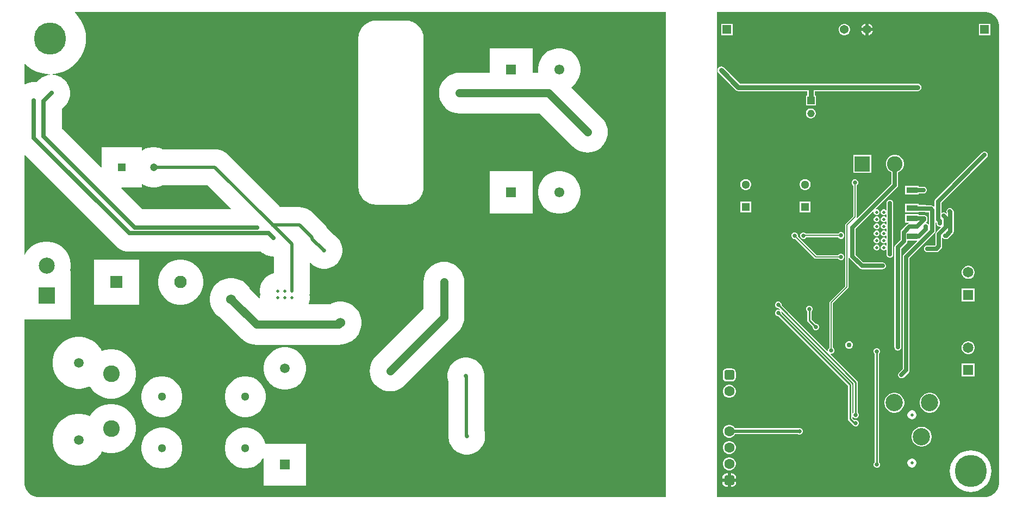
<source format=gbr>
G04*
G04 #@! TF.GenerationSoftware,Altium Limited,Altium Designer,25.5.2 (35)*
G04*
G04 Layer_Physical_Order=2*
G04 Layer_Color=16711680*
%FSLAX25Y25*%
%MOIN*%
G70*
G04*
G04 #@! TF.SameCoordinates,0CD17ABA-5868-42C4-872B-F719D901D850*
G04*
G04*
G04 #@! TF.FilePolarity,Positive*
G04*
G01*
G75*
%ADD15C,0.00500*%
%ADD71R,0.06693X0.03740*%
%ADD144R,0.09843X0.09843*%
%ADD145C,0.09843*%
%ADD154R,0.06102X0.06102*%
%ADD155R,0.05118X0.05118*%
%ADD158C,0.06102*%
%ADD162C,0.05118*%
%ADD166C,0.02953*%
%ADD172C,0.02500*%
%ADD173C,0.02000*%
%ADD175C,0.05000*%
%ADD176C,0.01000*%
%ADD179C,0.03000*%
%ADD189C,0.05906*%
%ADD190R,0.05906X0.05906*%
%ADD191R,0.04724X0.04724*%
%ADD192C,0.04724*%
%ADD193C,0.07677*%
%ADD194R,0.07677X0.07677*%
%ADD195C,0.10217*%
%ADD196C,0.05374*%
G04:AMPARAMS|DCode=197|XSize=62.99mil|YSize=62.99mil|CornerRadius=15.75mil|HoleSize=0mil|Usage=FLASHONLY|Rotation=90.000|XOffset=0mil|YOffset=0mil|HoleType=Round|Shape=RoundedRectangle|*
%AMROUNDEDRECTD197*
21,1,0.06299,0.03150,0,0,90.0*
21,1,0.03150,0.06299,0,0,90.0*
1,1,0.03150,0.01575,0.01575*
1,1,0.03150,0.01575,-0.01575*
1,1,0.03150,-0.01575,-0.01575*
1,1,0.03150,-0.01575,0.01575*
%
%ADD197ROUNDEDRECTD197*%
%ADD198C,0.10646*%
%ADD199C,0.04528*%
%ADD200C,0.06299*%
%ADD201C,0.19685*%
%ADD202C,0.09567*%
%ADD203R,0.09567X0.09567*%
%ADD204R,0.05374X0.05374*%
%ADD205C,0.01968*%
%ADD206C,0.06496*%
%ADD207R,0.06496X0.06496*%
%ADD208R,0.04528X0.04528*%
%ADD209C,0.02500*%
%ADD210C,0.06000*%
%ADD211C,0.02000*%
%ADD212C,0.03937*%
G36*
X692552Y398462D02*
X694156Y397800D01*
X695599Y396838D01*
X696827Y395613D01*
X697792Y394171D01*
X698457Y392569D01*
X698796Y390867D01*
X698796Y390000D01*
X698796Y110014D01*
X698796Y110013D01*
X698796Y110012D01*
X698797Y109145D01*
X698461Y107444D01*
X697799Y105841D01*
X696837Y104398D01*
X695611Y103171D01*
X694170Y102207D01*
X692568Y101543D01*
X690867Y101204D01*
X690000Y101204D01*
X525803D01*
Y398796D01*
X689980Y398796D01*
X689981Y398796D01*
X689982Y398796D01*
X690850Y398797D01*
X692552Y398462D01*
D02*
G37*
G36*
X103629Y365074D02*
X106018Y363478D01*
X108595Y362208D01*
X111315Y361284D01*
X114133Y360724D01*
X116774Y360550D01*
X116790Y360199D01*
X116677Y360181D01*
X116235Y360146D01*
X115804Y360042D01*
X115366Y359973D01*
X114944Y359836D01*
X114513Y359733D01*
X114103Y359563D01*
X113681Y359426D01*
X113286Y359225D01*
X112877Y359055D01*
X112499Y358823D01*
X112104Y358622D01*
X111745Y358361D01*
X111367Y358130D01*
X111030Y357842D01*
X110671Y357581D01*
X110358Y357267D01*
X110020Y356980D01*
X108693Y355652D01*
X108323Y355681D01*
X107885Y355750D01*
X107442D01*
X107000Y355785D01*
X106558Y355750D01*
X106115D01*
X105677Y355681D01*
X105235Y355646D01*
X104804Y355542D01*
X104366Y355473D01*
X103944Y355336D01*
X103513Y355233D01*
X103103Y355063D01*
X102682Y354926D01*
X102286Y354725D01*
X101877Y354555D01*
X101554Y354357D01*
X101325Y354430D01*
X101204Y354504D01*
Y366774D01*
X101554Y366894D01*
X103629Y365074D01*
D02*
G37*
G36*
X174021Y292927D02*
X175755Y292043D01*
X177605Y291442D01*
X179527Y291138D01*
X181473D01*
X183395Y291442D01*
X185245Y292043D01*
X186075Y292466D01*
X213430D01*
X227787Y278108D01*
X227654Y277785D01*
X173674D01*
X160645Y290814D01*
X160779Y291138D01*
X173177D01*
Y293154D01*
X173489Y293313D01*
X174021Y292927D01*
D02*
G37*
G36*
X494452Y101204D02*
X110000Y101204D01*
X109134Y101204D01*
X107434Y101542D01*
X105834Y102205D01*
X104393Y103168D01*
X103168Y104393D01*
X102205Y105833D01*
X101542Y107434D01*
X101204Y109134D01*
X101204Y110000D01*
Y209968D01*
X129701D01*
Y239811D01*
X129651D01*
X129424Y240077D01*
X129701Y241826D01*
Y244174D01*
X129333Y246494D01*
X128608Y248728D01*
X127541Y250820D01*
X126161Y252721D01*
X124500Y254381D01*
X122600Y255762D01*
X120507Y256828D01*
X118274Y257554D01*
X115954Y257921D01*
X113605D01*
X111285Y257554D01*
X109052Y256828D01*
X106959Y255762D01*
X105059Y254381D01*
X103398Y252721D01*
X102018Y250820D01*
X101544Y249892D01*
X101204Y249974D01*
X101204Y310879D01*
X101528Y311013D01*
X157573Y254968D01*
X158920Y253818D01*
X160430Y252892D01*
X162066Y252215D01*
X163788Y251801D01*
X165553Y251662D01*
X246428D01*
X246671Y251419D01*
X247030Y251158D01*
X247367Y250870D01*
X247745Y250639D01*
X248104Y250378D01*
X248499Y250177D01*
X248877Y249945D01*
X249286Y249776D01*
X249681Y249574D01*
X250103Y249437D01*
X250513Y249268D01*
X250944Y249164D01*
X251366Y249027D01*
X251804Y248958D01*
X252235Y248854D01*
X252677Y248819D01*
X253115Y248750D01*
X253558D01*
X254000Y248715D01*
X254187Y248543D01*
Y238340D01*
X253987Y238308D01*
X252343Y237774D01*
X250802Y236989D01*
X249403Y235973D01*
X248181Y234750D01*
X247165Y233351D01*
X246380Y231811D01*
X245845Y230167D01*
X245575Y228459D01*
Y226730D01*
X245781Y225429D01*
X245575Y224128D01*
Y223115D01*
X245251Y222981D01*
X239326Y228906D01*
X239119Y229313D01*
X237916Y230969D01*
X236469Y232416D01*
X234813Y233619D01*
X232990Y234548D01*
X231044Y235180D01*
X229023Y235500D01*
X226977D01*
X224956Y235180D01*
X223010Y234548D01*
X221186Y233619D01*
X219531Y232416D01*
X218084Y230969D01*
X216881Y229313D01*
X215952Y227490D01*
X215320Y225544D01*
X215000Y223523D01*
Y221477D01*
X215320Y219456D01*
X215952Y217510D01*
X216881Y215686D01*
X218084Y214031D01*
X219531Y212584D01*
X221186Y211381D01*
X221594Y211174D01*
X234634Y198134D01*
X236130Y196856D01*
X237808Y195828D01*
X239625Y195075D01*
X241539Y194616D01*
X243500Y194461D01*
X294000D01*
X295961Y194616D01*
X297875Y195075D01*
X299692Y195828D01*
X299789Y195887D01*
X299990Y195952D01*
X301814Y196881D01*
X303469Y198084D01*
X304916Y199531D01*
X306119Y201186D01*
X307048Y203010D01*
X307680Y204956D01*
X308000Y206977D01*
Y209023D01*
X307680Y211044D01*
X307048Y212990D01*
X306119Y214813D01*
X304916Y216469D01*
X303469Y217916D01*
X301814Y219119D01*
X299990Y220048D01*
X298044Y220680D01*
X296023Y221000D01*
X293977D01*
X291956Y220680D01*
X290010Y220048D01*
X289011Y219539D01*
X275857D01*
X275652Y219822D01*
X275934Y220692D01*
X276205Y222399D01*
Y224128D01*
X276005Y225393D01*
X276119Y225868D01*
X276168Y226501D01*
X276205Y226730D01*
Y226962D01*
X276255Y227594D01*
Y244841D01*
X276605Y244986D01*
X277671Y243919D01*
X279104Y242878D01*
X280681Y242074D01*
X282366Y241527D01*
X284115Y241250D01*
X285885D01*
X287634Y241527D01*
X289318Y242074D01*
X290896Y242878D01*
X292329Y243919D01*
X293581Y245171D01*
X294622Y246604D01*
X295426Y248182D01*
X295973Y249866D01*
X296250Y251615D01*
Y253385D01*
X295973Y255134D01*
X295426Y256819D01*
X294622Y258396D01*
X293581Y259829D01*
X292329Y261081D01*
X291212Y261893D01*
X289230Y263874D01*
X287914Y264999D01*
X287379Y265326D01*
X287284Y265557D01*
X286379Y267034D01*
X285254Y268350D01*
X277802Y275802D01*
X276486Y276927D01*
X275009Y277831D01*
X273410Y278494D01*
X271726Y278898D01*
X270000Y279034D01*
X258070D01*
X225802Y311302D01*
X224486Y312427D01*
X223009Y313331D01*
X221410Y313994D01*
X219726Y314398D01*
X218000Y314534D01*
X186075D01*
X185245Y314956D01*
X183395Y315558D01*
X181473Y315862D01*
X179527D01*
X177605Y315558D01*
X175755Y314956D01*
X174021Y314073D01*
X173489Y313687D01*
X173177Y313846D01*
Y315862D01*
X148453D01*
Y303464D01*
X148129Y303330D01*
X124285Y327174D01*
Y339326D01*
X125979Y341020D01*
X126268Y341358D01*
X126581Y341671D01*
X126842Y342030D01*
X127130Y342367D01*
X127361Y342745D01*
X127622Y343104D01*
X127823Y343499D01*
X128055Y343877D01*
X128225Y344286D01*
X128426Y344682D01*
X128563Y345103D01*
X128733Y345513D01*
X128836Y345944D01*
X128973Y346366D01*
X129042Y346803D01*
X129146Y347235D01*
X129181Y347677D01*
X129250Y348115D01*
Y348558D01*
X129285Y349000D01*
X129250Y349442D01*
Y349885D01*
X129181Y350323D01*
X129146Y350765D01*
X129042Y351197D01*
X128973Y351634D01*
X128836Y352056D01*
X128733Y352487D01*
X128563Y352897D01*
X128426Y353319D01*
X128225Y353714D01*
X128055Y354123D01*
X127823Y354501D01*
X127622Y354896D01*
X127361Y355255D01*
X127130Y355633D01*
X126842Y355970D01*
X126581Y356329D01*
X126268Y356642D01*
X125979Y356980D01*
X125642Y357267D01*
X125329Y357581D01*
X124970Y357842D01*
X124633Y358130D01*
X124255Y358361D01*
X123896Y358622D01*
X123501Y358823D01*
X123123Y359055D01*
X122714Y359225D01*
X122318Y359426D01*
X121897Y359563D01*
X121487Y359733D01*
X121056Y359836D01*
X120634Y359973D01*
X120197Y360042D01*
X119765Y360146D01*
X119323Y360181D01*
X118885Y360250D01*
X118582D01*
X118536Y360286D01*
X118646Y360644D01*
X119867Y360724D01*
X122685Y361284D01*
X125405Y362208D01*
X127982Y363478D01*
X130371Y365074D01*
X132531Y366969D01*
X134425Y369129D01*
X136022Y371518D01*
X137292Y374095D01*
X138216Y376815D01*
X138776Y379633D01*
X138964Y382500D01*
X138776Y385367D01*
X138216Y388185D01*
X137292Y390905D01*
X136022Y393482D01*
X134425Y395871D01*
X132531Y398031D01*
X132033Y398468D01*
X132156Y398796D01*
X494452Y398796D01*
Y101204D01*
D02*
G37*
%LPC*%
G36*
X618913Y391549D02*
Y389000D01*
X621462D01*
X621349Y389423D01*
X620864Y390264D01*
X620177Y390950D01*
X619337Y391436D01*
X618913Y391549D01*
D02*
G37*
G36*
X616913Y391549D02*
X616490Y391436D01*
X615650Y390950D01*
X614963Y390264D01*
X614478Y389423D01*
X614364Y389000D01*
X616913D01*
Y391549D01*
D02*
G37*
G36*
X693474Y391474D02*
X686526D01*
Y384526D01*
X693474D01*
Y391474D01*
D02*
G37*
G36*
X604544D02*
X603629D01*
X602745Y391238D01*
X601953Y390780D01*
X601306Y390133D01*
X600849Y389341D01*
X600612Y388457D01*
Y387543D01*
X600849Y386659D01*
X601306Y385867D01*
X601953Y385220D01*
X602745Y384762D01*
X603629Y384526D01*
X604544D01*
X605428Y384762D01*
X606220Y385220D01*
X606867Y385867D01*
X607324Y386659D01*
X607561Y387543D01*
Y388457D01*
X607324Y389341D01*
X606867Y390133D01*
X606220Y390780D01*
X605428Y391238D01*
X604544Y391474D01*
D02*
G37*
G36*
X535474D02*
X528526D01*
Y384526D01*
X535474D01*
Y391474D01*
D02*
G37*
G36*
X621462Y387000D02*
X618913D01*
Y384451D01*
X619337Y384564D01*
X620177Y385050D01*
X620864Y385736D01*
X621349Y386577D01*
X621462Y387000D01*
D02*
G37*
G36*
X616913D02*
X614364D01*
X614478Y386577D01*
X614963Y385736D01*
X615650Y385050D01*
X616490Y384564D01*
X616913Y384451D01*
Y387000D01*
D02*
G37*
G36*
X528500Y365332D02*
X527607Y365155D01*
X526851Y364649D01*
X526345Y363893D01*
X526168Y363000D01*
X526345Y362107D01*
X526851Y361351D01*
X537351Y350851D01*
X538107Y350345D01*
X539000Y350168D01*
X581168D01*
Y347425D01*
X580449D01*
Y341323D01*
X586551D01*
Y347425D01*
X585832D01*
Y350168D01*
X649000D01*
X649893Y350345D01*
X650649Y350851D01*
X651155Y351607D01*
X651332Y352500D01*
X651155Y353393D01*
X650649Y354149D01*
X649893Y354655D01*
X649000Y354832D01*
X539966D01*
X530149Y364649D01*
X529392Y365155D01*
X528500Y365332D01*
D02*
G37*
G36*
X583902Y339551D02*
X583098D01*
X582322Y339343D01*
X581627Y338942D01*
X581058Y338373D01*
X580657Y337678D01*
X580449Y336902D01*
Y336098D01*
X580657Y335322D01*
X581058Y334627D01*
X581627Y334058D01*
X582322Y333657D01*
X583098Y333449D01*
X583902D01*
X584678Y333657D01*
X585373Y334058D01*
X585942Y334627D01*
X586343Y335322D01*
X586551Y336098D01*
Y336902D01*
X586343Y337678D01*
X585942Y338373D01*
X585373Y338942D01*
X584678Y339343D01*
X583902Y339551D01*
D02*
G37*
G36*
X620571Y311071D02*
X609429D01*
Y299929D01*
X620571D01*
Y311071D01*
D02*
G37*
G36*
X580441Y296236D02*
X579559D01*
X578708Y296008D01*
X577945Y295568D01*
X577322Y294945D01*
X576882Y294181D01*
X576653Y293330D01*
Y292449D01*
X576882Y291598D01*
X577322Y290835D01*
X577945Y290212D01*
X578708Y289771D01*
X579559Y289543D01*
X580441D01*
X581292Y289771D01*
X582055Y290212D01*
X582678Y290835D01*
X583118Y291598D01*
X583347Y292449D01*
Y293330D01*
X583118Y294181D01*
X582678Y294945D01*
X582055Y295568D01*
X581292Y296008D01*
X580441Y296236D01*
D02*
G37*
G36*
X543941D02*
X543059D01*
X542208Y296008D01*
X541445Y295568D01*
X540822Y294945D01*
X540382Y294181D01*
X540154Y293330D01*
Y292449D01*
X540382Y291598D01*
X540822Y290835D01*
X541445Y290212D01*
X542208Y289771D01*
X543059Y289543D01*
X543941D01*
X544792Y289771D01*
X545555Y290212D01*
X546178Y290835D01*
X546618Y291598D01*
X546846Y292449D01*
Y293330D01*
X546618Y294181D01*
X546178Y294945D01*
X545555Y295568D01*
X544792Y296008D01*
X543941Y296236D01*
D02*
G37*
G36*
X649634Y292169D02*
X641366D01*
Y286854D01*
X649634D01*
Y287423D01*
X652500D01*
X652701Y287463D01*
X652905D01*
X653094Y287541D01*
X653295Y287581D01*
X653465Y287695D01*
X653654Y287773D01*
X653799Y287917D01*
X653969Y288031D01*
X654083Y288201D01*
X654227Y288346D01*
X654306Y288535D01*
X654419Y288705D01*
X654459Y288906D01*
X654537Y289095D01*
Y289299D01*
X654577Y289500D01*
X654537Y289701D01*
Y289905D01*
X654459Y290094D01*
X654419Y290295D01*
X654306Y290465D01*
X654227Y290654D01*
X654083Y290799D01*
X653969Y290969D01*
X653799Y291083D01*
X653654Y291227D01*
X653465Y291305D01*
X653295Y291419D01*
X653094Y291459D01*
X652905Y291537D01*
X652701D01*
X652500Y291577D01*
X649634D01*
Y292169D01*
D02*
G37*
G36*
X690000Y313077D02*
X689799Y313037D01*
X689595D01*
X689406Y312959D01*
X689205Y312919D01*
X689035Y312806D01*
X688846Y312727D01*
X688701Y312582D01*
X688531Y312469D01*
X660031Y283969D01*
X659581Y283295D01*
X659423Y282500D01*
Y279138D01*
X659099Y279004D01*
X658634Y279469D01*
X657960Y279919D01*
X657165Y280077D01*
X654461D01*
X654332Y280163D01*
X653537Y280321D01*
X649634D01*
Y281146D01*
X641366D01*
Y275831D01*
X649634D01*
Y276167D01*
X652858D01*
X652986Y276081D01*
X653187Y276041D01*
X653376Y275963D01*
X653581D01*
X653782Y275923D01*
X653782Y275923D01*
X655923D01*
Y268551D01*
X655810Y268492D01*
X655573Y268444D01*
X655478Y268538D01*
X655365Y268708D01*
X655195Y268822D01*
X655050Y268967D01*
X654861Y269045D01*
X654691Y269159D01*
X654490Y269198D01*
X654382Y269243D01*
X654282Y269504D01*
X654271Y269627D01*
X654469Y269824D01*
X654469Y269824D01*
X654919Y270498D01*
X655077Y271293D01*
Y272000D01*
X655037Y272201D01*
Y272405D01*
X654959Y272594D01*
X654919Y272795D01*
X654806Y272965D01*
X654727Y273154D01*
X654583Y273299D01*
X654469Y273469D01*
X654469Y273469D01*
X654463Y273475D01*
X654293Y273588D01*
X654154Y273727D01*
X653973Y273802D01*
X653789Y273925D01*
X653572Y273968D01*
X653405Y274037D01*
X653224D01*
X652994Y274083D01*
X649634D01*
Y274669D01*
X641366D01*
Y269354D01*
X643470D01*
X643504Y269004D01*
X643278Y268959D01*
X642604Y268509D01*
X639085Y264990D01*
X638634Y264316D01*
X638476Y263521D01*
Y258914D01*
X635366Y255803D01*
X634915Y255130D01*
X634757Y254335D01*
Y193000D01*
X634797Y192799D01*
Y192595D01*
X634876Y192406D01*
X634915Y192205D01*
X635029Y192035D01*
X635107Y191846D01*
X635252Y191701D01*
X635366Y191531D01*
X635536Y191417D01*
X635681Y191273D01*
X635870Y191194D01*
X636040Y191081D01*
X636240Y191041D01*
X636429Y190963D01*
X636634D01*
X636835Y190923D01*
X637035Y190963D01*
X637240D01*
X637429Y191041D01*
X637630Y191081D01*
X637800Y191194D01*
X637989Y191273D01*
X638133Y191417D01*
X638304Y191531D01*
X638417Y191701D01*
X638562Y191846D01*
X638640Y192035D01*
X638754Y192205D01*
X638794Y192406D01*
X638872Y192595D01*
Y192799D01*
X638912Y193000D01*
Y253474D01*
X642022Y256585D01*
X642473Y257259D01*
X642631Y258053D01*
X642835Y258331D01*
X648436D01*
X648570Y258007D01*
X640531Y249969D01*
X640081Y249295D01*
X639923Y248500D01*
Y179810D01*
X637601Y177488D01*
X637487Y177318D01*
X637342Y177173D01*
X637264Y176984D01*
X637150Y176814D01*
X637110Y176613D01*
X637032Y176424D01*
Y176219D01*
X636992Y176019D01*
X637032Y175818D01*
Y175613D01*
X637110Y175425D01*
X637150Y175224D01*
X637264Y175054D01*
X637342Y174865D01*
X637487Y174720D01*
X637601Y174550D01*
X637771Y174436D01*
X637915Y174292D01*
X638104Y174213D01*
X638275Y174100D01*
X638475Y174060D01*
X638664Y173981D01*
X638869D01*
X639070Y173941D01*
X639270Y173981D01*
X639475D01*
X639664Y174060D01*
X639864Y174100D01*
X640035Y174213D01*
X640224Y174292D01*
X640368Y174436D01*
X640538Y174550D01*
X643469Y177480D01*
X643469Y177480D01*
X643919Y178154D01*
X644077Y178949D01*
X644077Y178949D01*
Y247639D01*
X659469Y263031D01*
X659469Y263031D01*
X659919Y263705D01*
X660077Y264500D01*
X660077Y264500D01*
Y269394D01*
X660420Y269546D01*
X660600Y269403D01*
Y269000D01*
X660639Y268799D01*
Y268595D01*
X660718Y268406D01*
X660758Y268205D01*
X660871Y268035D01*
X660950Y267846D01*
X661094Y267701D01*
X661208Y267531D01*
X661378Y267417D01*
X661523Y267273D01*
X661712Y267195D01*
X661882Y267081D01*
X662083Y267041D01*
X662272Y266963D01*
X662476D01*
X662677Y266923D01*
X662878Y266963D01*
X663080D01*
X663086Y266957D01*
X663277Y266664D01*
X660531Y263919D01*
X660081Y263245D01*
X659923Y262450D01*
Y255839D01*
X659661Y255577D01*
X655000D01*
X654799Y255537D01*
X654595D01*
X654406Y255459D01*
X654205Y255419D01*
X654035Y255306D01*
X653846Y255227D01*
X653701Y255083D01*
X653531Y254969D01*
X653417Y254799D01*
X653273Y254654D01*
X653195Y254465D01*
X653081Y254295D01*
X653041Y254094D01*
X652963Y253905D01*
Y253701D01*
X652923Y253500D01*
X652963Y253299D01*
Y253095D01*
X653041Y252906D01*
X653081Y252705D01*
X653195Y252535D01*
X653273Y252346D01*
X653417Y252201D01*
X653531Y252031D01*
X653701Y251917D01*
X653846Y251773D01*
X654035Y251694D01*
X654205Y251581D01*
X654406Y251541D01*
X654595Y251463D01*
X654799D01*
X655000Y251423D01*
X660522D01*
X661316Y251581D01*
X661990Y252031D01*
X663469Y253510D01*
X663469Y253510D01*
X663919Y254184D01*
X664077Y254978D01*
X664077Y254978D01*
Y259996D01*
X664285Y260115D01*
X664427Y260124D01*
X664506Y260006D01*
X664676Y259892D01*
X664821Y259748D01*
X665010Y259669D01*
X665180Y259556D01*
X665381Y259516D01*
X665570Y259437D01*
X665774D01*
X665975Y259398D01*
X666475D01*
X667270Y259556D01*
X667944Y260006D01*
X670496Y262558D01*
X670496Y262558D01*
X670946Y263232D01*
X671104Y264027D01*
Y276097D01*
X671104Y276097D01*
X670946Y276892D01*
X670496Y277566D01*
X670222Y277839D01*
X670052Y277953D01*
X669907Y278098D01*
X669718Y278176D01*
X669548Y278290D01*
X669348Y278329D01*
X669159Y278408D01*
X668954D01*
X668753Y278448D01*
X668553Y278408D01*
X668348D01*
X668159Y278329D01*
X667958Y278290D01*
X667788Y278176D01*
X667599Y278098D01*
X667454Y277953D01*
X667284Y277839D01*
X667171Y277669D01*
X667026Y277524D01*
X666948Y277335D01*
X666834Y277165D01*
X666794Y276965D01*
X666716Y276776D01*
Y276571D01*
X666676Y276370D01*
X666716Y276170D01*
Y275965D01*
X666794Y275776D01*
X666834Y275575D01*
X666940Y275417D01*
X666894Y275159D01*
X666552Y275034D01*
X666469Y275117D01*
X666299Y275231D01*
X666154Y275376D01*
X665965Y275454D01*
X665795Y275568D01*
X665594Y275608D01*
X665405Y275686D01*
X665201D01*
X665000Y275726D01*
X664799Y275686D01*
X664595D01*
X664406Y275608D01*
X664205Y275568D01*
X664035Y275454D01*
X663927Y275410D01*
X663671Y275523D01*
X663577Y275602D01*
Y281640D01*
X691469Y309531D01*
X691582Y309701D01*
X691727Y309846D01*
X691806Y310035D01*
X691919Y310205D01*
X691959Y310406D01*
X692037Y310595D01*
Y310799D01*
X692077Y311000D01*
X692037Y311201D01*
Y311405D01*
X691959Y311594D01*
X691919Y311795D01*
X691806Y311965D01*
X691727Y312154D01*
X691583Y312299D01*
X691469Y312469D01*
X691299Y312583D01*
X691154Y312727D01*
X690965Y312806D01*
X690795Y312919D01*
X690594Y312959D01*
X690405Y313037D01*
X690201D01*
X690000Y313077D01*
D02*
G37*
G36*
X632000Y283577D02*
X631799Y283537D01*
X631595D01*
X631406Y283459D01*
X631205Y283419D01*
X631035Y283306D01*
X630846Y283227D01*
X630701Y283083D01*
X630531Y282969D01*
X630417Y282799D01*
X630273Y282654D01*
X630195Y282465D01*
X630081Y282295D01*
X630041Y282094D01*
X629963Y281905D01*
Y281701D01*
X629923Y281500D01*
Y277137D01*
X629573Y276992D01*
X629192Y277372D01*
X628541Y277642D01*
X627837D01*
X627185Y277372D01*
X626687Y276874D01*
X626417Y276222D01*
Y275518D01*
X626687Y274867D01*
X627185Y274368D01*
X627837Y274098D01*
X628541D01*
X629192Y274368D01*
X629573Y274748D01*
X629923Y274603D01*
Y272806D01*
X629573Y272661D01*
X629192Y273041D01*
X628541Y273311D01*
X627837D01*
X627185Y273041D01*
X626687Y272543D01*
X626417Y271892D01*
Y271187D01*
X626687Y270536D01*
X627185Y270037D01*
X627837Y269768D01*
X628541D01*
X629192Y270037D01*
X629573Y270418D01*
X629923Y270273D01*
Y268475D01*
X629573Y268331D01*
X629192Y268711D01*
X628541Y268980D01*
X627837D01*
X627185Y268711D01*
X626687Y268212D01*
X626417Y267561D01*
Y266856D01*
X626687Y266205D01*
X627185Y265707D01*
X627837Y265437D01*
X628541D01*
X629192Y265707D01*
X629573Y266087D01*
X629923Y265942D01*
Y264145D01*
X629573Y264000D01*
X629192Y264380D01*
X628541Y264650D01*
X627837D01*
X627185Y264380D01*
X626687Y263881D01*
X626417Y263230D01*
Y262526D01*
X626687Y261874D01*
X627185Y261376D01*
X627837Y261106D01*
X628541D01*
X629192Y261376D01*
X629573Y261756D01*
X629923Y261611D01*
Y259814D01*
X629573Y259669D01*
X629192Y260049D01*
X628541Y260319D01*
X627837D01*
X627185Y260049D01*
X626687Y259551D01*
X626417Y258900D01*
Y258195D01*
X626687Y257544D01*
X627185Y257045D01*
X627837Y256776D01*
X628541D01*
X629192Y257045D01*
X629573Y257425D01*
X629923Y257280D01*
Y255483D01*
X629573Y255338D01*
X629192Y255718D01*
X628541Y255988D01*
X627837D01*
X627185Y255718D01*
X626687Y255220D01*
X626417Y254569D01*
Y253864D01*
X626687Y253213D01*
X627185Y252715D01*
X627837Y252445D01*
X628541D01*
X629192Y252715D01*
X629573Y253095D01*
X629923Y252950D01*
Y250000D01*
X629963Y249799D01*
Y249595D01*
X630041Y249406D01*
X630081Y249205D01*
X630195Y249035D01*
X630273Y248846D01*
X630417Y248701D01*
X630531Y248531D01*
X630701Y248417D01*
X630846Y248273D01*
X631035Y248195D01*
X631205Y248081D01*
X631406Y248041D01*
X631595Y247963D01*
X631799D01*
X632000Y247923D01*
X632201Y247963D01*
X632405D01*
X632594Y248041D01*
X632795Y248081D01*
X632965Y248195D01*
X633154Y248273D01*
X633299Y248417D01*
X633469Y248531D01*
X633583Y248701D01*
X633727Y248846D01*
X633806Y249035D01*
X633919Y249205D01*
X633959Y249406D01*
X634037Y249595D01*
Y249799D01*
X634077Y250000D01*
Y281500D01*
X634037Y281701D01*
Y281905D01*
X633959Y282094D01*
X633919Y282295D01*
X633806Y282465D01*
X633727Y282654D01*
X633583Y282799D01*
X633469Y282969D01*
X633299Y283083D01*
X633154Y283227D01*
X632965Y283306D01*
X632795Y283419D01*
X632594Y283459D01*
X632405Y283537D01*
X632201D01*
X632000Y283577D01*
D02*
G37*
G36*
X583347Y282457D02*
X576653D01*
Y275764D01*
X583347D01*
Y282457D01*
D02*
G37*
G36*
X546846D02*
X540154D01*
Y275764D01*
X546846D01*
Y282457D01*
D02*
G37*
G36*
X635733Y311071D02*
X634267D01*
X632850Y310691D01*
X631579Y309958D01*
X630542Y308921D01*
X629809Y307650D01*
X629429Y306233D01*
Y304767D01*
X629809Y303350D01*
X630542Y302079D01*
X631579Y301042D01*
X632850Y300309D01*
X632923Y300289D01*
Y293360D01*
X611736Y272174D01*
X611464Y272397D01*
X611646Y272670D01*
X611727Y273074D01*
Y292346D01*
X612227Y292846D01*
X612537Y293595D01*
Y294405D01*
X612227Y295154D01*
X611654Y295727D01*
X610905Y296037D01*
X610095D01*
X609346Y295727D01*
X608773Y295154D01*
X608463Y294405D01*
Y293595D01*
X608773Y292846D01*
X609346Y292273D01*
X609612Y292163D01*
Y273513D01*
X604784Y268685D01*
X604554Y268341D01*
X604474Y267937D01*
Y230452D01*
X595252Y221230D01*
X595023Y220887D01*
X594942Y220482D01*
Y192767D01*
X594846Y192727D01*
X594273Y192154D01*
X593963Y191405D01*
Y190889D01*
X593613Y190744D01*
X565537Y218819D01*
Y219405D01*
X565227Y220154D01*
X564654Y220727D01*
X563905Y221037D01*
X563095D01*
X562346Y220727D01*
X561773Y220154D01*
X561463Y219405D01*
Y218595D01*
X561773Y217846D01*
X562346Y217273D01*
X563095Y216963D01*
X563681D01*
X564455Y216188D01*
X564257Y215892D01*
X563905Y216037D01*
X563095D01*
X562346Y215727D01*
X561773Y215154D01*
X561463Y214405D01*
Y213595D01*
X561773Y212846D01*
X562346Y212273D01*
X563095Y211963D01*
X563681D01*
X606219Y169425D01*
Y148969D01*
X606319Y148466D01*
X606603Y148040D01*
X608939Y145705D01*
X609195Y145534D01*
X609273Y145346D01*
X609846Y144773D01*
X610595Y144463D01*
X611405D01*
X612154Y144773D01*
X612727Y145346D01*
X613037Y146095D01*
Y146905D01*
X612727Y147654D01*
X612154Y148227D01*
X611405Y148537D01*
X610595D01*
X610046Y148310D01*
X608844Y149512D01*
Y150466D01*
X609194Y150536D01*
X609273Y150346D01*
X609846Y149773D01*
X610595Y149463D01*
X611405D01*
X612154Y149773D01*
X612727Y150346D01*
X613037Y151095D01*
Y151905D01*
X612727Y152654D01*
X612313Y153069D01*
Y171500D01*
X612213Y172002D01*
X611928Y172428D01*
X595744Y188613D01*
X595889Y188963D01*
X596405D01*
X597154Y189273D01*
X597727Y189846D01*
X598037Y190595D01*
Y191405D01*
X597727Y192154D01*
X597154Y192727D01*
X597058Y192767D01*
Y220044D01*
X606279Y229266D01*
X606509Y229609D01*
X606589Y230013D01*
Y248778D01*
X606939Y248812D01*
X607081Y248100D01*
X607531Y247427D01*
X613426Y241531D01*
X613426Y241531D01*
X614101Y241081D01*
X614895Y240923D01*
X627500D01*
X627701Y240963D01*
X627905D01*
X628094Y241041D01*
X628295Y241081D01*
X628465Y241195D01*
X628654Y241273D01*
X628799Y241417D01*
X628969Y241531D01*
X629083Y241701D01*
X629227Y241846D01*
X629306Y242035D01*
X629419Y242205D01*
X629459Y242406D01*
X629537Y242595D01*
Y242799D01*
X629577Y243000D01*
X629537Y243201D01*
Y243405D01*
X629459Y243594D01*
X629419Y243795D01*
X629306Y243965D01*
X629227Y244154D01*
X629083Y244299D01*
X628969Y244469D01*
X628799Y244583D01*
X628654Y244727D01*
X628465Y244806D01*
X628295Y244919D01*
X628094Y244959D01*
X627905Y245037D01*
X627701D01*
X627500Y245077D01*
X615756D01*
X611077Y249756D01*
Y265639D01*
X621763Y276325D01*
X621893Y276284D01*
X622087Y276154D01*
Y275518D01*
X622356Y274867D01*
X622855Y274368D01*
X623506Y274098D01*
X624211D01*
X624862Y274368D01*
X625360Y274867D01*
X625630Y275518D01*
Y276222D01*
X625360Y276874D01*
X624862Y277372D01*
X624211Y277642D01*
X623574D01*
X623444Y277836D01*
X623403Y277965D01*
X636469Y291031D01*
X636919Y291705D01*
X637077Y292500D01*
Y300289D01*
X637150Y300309D01*
X638421Y301042D01*
X639458Y302079D01*
X640191Y303350D01*
X640571Y304767D01*
Y306233D01*
X640191Y307650D01*
X639458Y308921D01*
X638421Y309958D01*
X637150Y310691D01*
X635733Y311071D01*
D02*
G37*
G36*
X624211Y273311D02*
X623506D01*
X622855Y273041D01*
X622356Y272543D01*
X622087Y271892D01*
Y271187D01*
X622356Y270536D01*
X622855Y270037D01*
X623506Y269768D01*
X624211D01*
X624862Y270037D01*
X625360Y270536D01*
X625630Y271187D01*
Y271892D01*
X625360Y272543D01*
X624862Y273041D01*
X624211Y273311D01*
D02*
G37*
G36*
Y268980D02*
X623506D01*
X622855Y268711D01*
X622356Y268212D01*
X622087Y267561D01*
Y266856D01*
X622356Y266205D01*
X622855Y265707D01*
X623506Y265437D01*
X624211D01*
X624862Y265707D01*
X625360Y266205D01*
X625630Y266856D01*
Y267561D01*
X625360Y268212D01*
X624862Y268711D01*
X624211Y268980D01*
D02*
G37*
G36*
X602406Y263640D02*
X601596D01*
X600847Y263330D01*
X600274Y262757D01*
X600234Y262661D01*
X580721D01*
X580154Y263227D01*
X579405Y263537D01*
X578595D01*
X577846Y263227D01*
X577273Y262654D01*
X576963Y261905D01*
Y261095D01*
X577273Y260346D01*
X577846Y259773D01*
X578595Y259463D01*
X579405D01*
X580154Y259773D01*
X580727Y260346D01*
X580810Y260545D01*
X600234D01*
X600274Y260449D01*
X600847Y259876D01*
X601596Y259566D01*
X602406D01*
X603155Y259876D01*
X603728Y260449D01*
X604038Y261198D01*
Y262008D01*
X603728Y262757D01*
X603155Y263330D01*
X602406Y263640D01*
D02*
G37*
G36*
X624211Y264650D02*
X623506D01*
X622855Y264380D01*
X622356Y263881D01*
X622087Y263230D01*
Y262526D01*
X622356Y261874D01*
X622855Y261376D01*
X623506Y261106D01*
X624211D01*
X624862Y261376D01*
X625360Y261874D01*
X625630Y262526D01*
Y263230D01*
X625360Y263881D01*
X624862Y264380D01*
X624211Y264650D01*
D02*
G37*
G36*
Y260319D02*
X623506D01*
X622855Y260049D01*
X622356Y259551D01*
X622087Y258900D01*
Y258195D01*
X622356Y257544D01*
X622855Y257045D01*
X623506Y256776D01*
X624211D01*
X624862Y257045D01*
X625360Y257544D01*
X625630Y258195D01*
Y258900D01*
X625360Y259551D01*
X624862Y260049D01*
X624211Y260319D01*
D02*
G37*
G36*
Y255988D02*
X623506D01*
X622855Y255718D01*
X622356Y255220D01*
X622087Y254569D01*
Y253864D01*
X622356Y253213D01*
X622855Y252715D01*
X623506Y252445D01*
X624211D01*
X624862Y252715D01*
X625360Y253213D01*
X625630Y253864D01*
Y254569D01*
X625360Y255220D01*
X624862Y255718D01*
X624211Y255988D01*
D02*
G37*
G36*
X573905Y263537D02*
X573095D01*
X572346Y263227D01*
X571773Y262654D01*
X571463Y261905D01*
Y261095D01*
X571773Y260346D01*
X572346Y259773D01*
X573095Y259463D01*
X573905D01*
X574002Y259503D01*
X585752Y247752D01*
X586095Y247523D01*
X586500Y247442D01*
X600233D01*
X600273Y247346D01*
X600846Y246773D01*
X601595Y246463D01*
X602405D01*
X603154Y246773D01*
X603727Y247346D01*
X604037Y248095D01*
Y248905D01*
X603727Y249654D01*
X603154Y250227D01*
X602405Y250537D01*
X601595D01*
X600846Y250227D01*
X600273Y249654D01*
X600233Y249558D01*
X586938D01*
X575497Y260998D01*
X575537Y261095D01*
Y261905D01*
X575227Y262654D01*
X574654Y263227D01*
X573905Y263537D01*
D02*
G37*
G36*
X680531Y243035D02*
X679469D01*
X678442Y242760D01*
X677522Y242229D01*
X676771Y241478D01*
X676240Y240558D01*
X675965Y239531D01*
Y238469D01*
X676240Y237442D01*
X676771Y236522D01*
X677522Y235771D01*
X678442Y235240D01*
X679469Y234965D01*
X680531D01*
X681558Y235240D01*
X682478Y235771D01*
X683229Y236522D01*
X683760Y237442D01*
X684035Y238469D01*
Y239531D01*
X683760Y240558D01*
X683229Y241478D01*
X682478Y242229D01*
X681558Y242760D01*
X680531Y243035D01*
D02*
G37*
G36*
X684035Y229256D02*
X675965D01*
Y221185D01*
X684035D01*
Y229256D01*
D02*
G37*
G36*
X582905Y218537D02*
X582095D01*
X581346Y218227D01*
X580773Y217654D01*
X580463Y216905D01*
Y216095D01*
X580773Y215346D01*
X581187Y214931D01*
Y209500D01*
X581287Y208998D01*
X581572Y208572D01*
X584463Y205681D01*
Y205095D01*
X584773Y204346D01*
X585346Y203773D01*
X586095Y203463D01*
X586905D01*
X587654Y203773D01*
X588227Y204346D01*
X588537Y205095D01*
Y205905D01*
X588227Y206654D01*
X587654Y207227D01*
X586905Y207537D01*
X586319D01*
X583813Y210044D01*
Y214931D01*
X584227Y215346D01*
X584537Y216095D01*
Y216905D01*
X584227Y217654D01*
X583654Y218227D01*
X582905Y218537D01*
D02*
G37*
G36*
X607450Y196764D02*
X606550D01*
X605718Y196419D01*
X605081Y195782D01*
X604736Y194950D01*
Y194050D01*
X605081Y193218D01*
X605718Y192581D01*
X606550Y192236D01*
X607450D01*
X608282Y192581D01*
X608919Y193218D01*
X609264Y194050D01*
Y194950D01*
X608919Y195782D01*
X608282Y196419D01*
X607450Y196764D01*
D02*
G37*
G36*
X680531Y196815D02*
X679469D01*
X678442Y196540D01*
X677522Y196009D01*
X676771Y195257D01*
X676240Y194337D01*
X675965Y193311D01*
Y192248D01*
X676240Y191222D01*
X676771Y190302D01*
X677522Y189550D01*
X678442Y189019D01*
X679469Y188744D01*
X680531D01*
X681558Y189019D01*
X682478Y189550D01*
X683229Y190302D01*
X683760Y191222D01*
X684035Y192248D01*
Y193311D01*
X683760Y194337D01*
X683229Y195257D01*
X682478Y196009D01*
X681558Y196540D01*
X680531Y196815D01*
D02*
G37*
G36*
X684035Y183035D02*
X675965D01*
Y174965D01*
X684035D01*
Y183035D01*
D02*
G37*
G36*
X535075Y179983D02*
X531925D01*
X531004Y179800D01*
X530222Y179278D01*
X529700Y178497D01*
X529517Y177575D01*
Y174425D01*
X529700Y173503D01*
X530222Y172722D01*
X531004Y172200D01*
X531925Y172017D01*
X535075D01*
X535996Y172200D01*
X536778Y172722D01*
X537300Y173503D01*
X537483Y174425D01*
Y177575D01*
X537300Y178497D01*
X536778Y179278D01*
X535996Y179800D01*
X535075Y179983D01*
D02*
G37*
G36*
X534018Y169937D02*
X532982D01*
X531980Y169669D01*
X531083Y169150D01*
X530350Y168417D01*
X529831Y167520D01*
X529563Y166518D01*
Y165482D01*
X529831Y164480D01*
X530350Y163583D01*
X531083Y162850D01*
X531980Y162331D01*
X532982Y162063D01*
X534018D01*
X535020Y162331D01*
X535917Y162850D01*
X536650Y163583D01*
X537169Y164480D01*
X537437Y165482D01*
Y166518D01*
X537169Y167520D01*
X536650Y168417D01*
X535917Y169150D01*
X535020Y169669D01*
X534018Y169937D01*
D02*
G37*
G36*
X656929Y165118D02*
X655725D01*
X654544Y164883D01*
X653433Y164423D01*
X652432Y163754D01*
X651581Y162903D01*
X650912Y161902D01*
X650451Y160790D01*
X650216Y159610D01*
Y158406D01*
X650451Y157226D01*
X650912Y156114D01*
X651581Y155113D01*
X652432Y154262D01*
X653433Y153593D01*
X654544Y153132D01*
X655725Y152898D01*
X656929D01*
X658109Y153132D01*
X659221Y153593D01*
X660222Y154262D01*
X661073Y155113D01*
X661742Y156114D01*
X662202Y157226D01*
X662437Y158406D01*
Y159610D01*
X662202Y160790D01*
X661742Y161902D01*
X661073Y162903D01*
X660222Y163754D01*
X659221Y164423D01*
X658109Y164883D01*
X656929Y165118D01*
D02*
G37*
G36*
X635275D02*
X634071D01*
X632891Y164883D01*
X631779Y164423D01*
X630778Y163754D01*
X629927Y162903D01*
X629258Y161902D01*
X628798Y160790D01*
X628563Y159610D01*
Y158406D01*
X628798Y157226D01*
X629258Y156114D01*
X629927Y155113D01*
X630778Y154262D01*
X631779Y153593D01*
X632891Y153132D01*
X634071Y152898D01*
X635275D01*
X636455Y153132D01*
X637568Y153593D01*
X638568Y154262D01*
X639419Y155113D01*
X640088Y156114D01*
X640549Y157226D01*
X640784Y158406D01*
Y159610D01*
X640549Y160790D01*
X640088Y161902D01*
X639419Y162903D01*
X638568Y163754D01*
X637568Y164423D01*
X636455Y164883D01*
X635275Y165118D01*
D02*
G37*
G36*
X645863Y154283D02*
X645137D01*
X644436Y154096D01*
X643808Y153733D01*
X643295Y153220D01*
X642932Y152591D01*
X642744Y151890D01*
Y151165D01*
X642932Y150464D01*
X643295Y149835D01*
X643808Y149322D01*
X644436Y148960D01*
X645137Y148772D01*
X645863D01*
X646564Y148960D01*
X647192Y149322D01*
X647705Y149835D01*
X648068Y150464D01*
X648256Y151165D01*
Y151890D01*
X648068Y152591D01*
X647705Y153220D01*
X647192Y153733D01*
X646564Y154096D01*
X645863Y154283D01*
D02*
G37*
G36*
X534018Y145437D02*
X532982D01*
X531980Y145169D01*
X531083Y144650D01*
X530350Y143917D01*
X529831Y143020D01*
X529563Y142018D01*
Y140982D01*
X529831Y139980D01*
X530350Y139083D01*
X531083Y138350D01*
X531980Y137831D01*
X532982Y137563D01*
X534018D01*
X535020Y137831D01*
X535917Y138350D01*
X536650Y139083D01*
X536994Y139678D01*
X575576D01*
X576095Y139463D01*
X576905D01*
X577654Y139773D01*
X578227Y140346D01*
X578537Y141095D01*
Y141905D01*
X578227Y142654D01*
X577654Y143227D01*
X576905Y143537D01*
X576095D01*
X575576Y143322D01*
X536994D01*
X536650Y143917D01*
X535917Y144650D01*
X535020Y145169D01*
X534018Y145437D01*
D02*
G37*
G36*
X652007Y144252D02*
X650804D01*
X649623Y144017D01*
X648511Y143556D01*
X647510Y142888D01*
X646659Y142037D01*
X645991Y141036D01*
X645530Y139924D01*
X645295Y138743D01*
Y137540D01*
X645530Y136359D01*
X645991Y135248D01*
X646659Y134247D01*
X647510Y133396D01*
X648511Y132727D01*
X649623Y132266D01*
X650804Y132032D01*
X652007D01*
X653188Y132266D01*
X654300Y132727D01*
X655301Y133396D01*
X656152Y134247D01*
X656820Y135248D01*
X657281Y136359D01*
X657516Y137540D01*
Y138743D01*
X657281Y139924D01*
X656820Y141036D01*
X656152Y142037D01*
X655301Y142888D01*
X654300Y143556D01*
X653188Y144017D01*
X652007Y144252D01*
D02*
G37*
G36*
X534018Y135437D02*
X532982D01*
X531980Y135169D01*
X531083Y134650D01*
X530350Y133917D01*
X529831Y133020D01*
X529563Y132018D01*
Y130982D01*
X529831Y129980D01*
X530350Y129083D01*
X531083Y128350D01*
X531980Y127831D01*
X532982Y127563D01*
X534018D01*
X535020Y127831D01*
X535917Y128350D01*
X536650Y129083D01*
X537169Y129980D01*
X537437Y130982D01*
Y132018D01*
X537169Y133020D01*
X536650Y133917D01*
X535917Y134650D01*
X535020Y135169D01*
X534018Y135437D01*
D02*
G37*
G36*
X645863Y124756D02*
X645137D01*
X644436Y124568D01*
X643808Y124205D01*
X643295Y123692D01*
X642932Y123064D01*
X642744Y122363D01*
Y121637D01*
X642932Y120936D01*
X643295Y120308D01*
X643808Y119795D01*
X644436Y119432D01*
X645137Y119244D01*
X645863D01*
X646564Y119432D01*
X647192Y119795D01*
X647705Y120308D01*
X648068Y120936D01*
X648256Y121637D01*
Y122363D01*
X648068Y123064D01*
X647705Y123692D01*
X647192Y124205D01*
X646564Y124568D01*
X645863Y124756D01*
D02*
G37*
G36*
X624405Y192537D02*
X623595D01*
X622846Y192227D01*
X622273Y191654D01*
X621963Y190905D01*
Y190095D01*
X622273Y189346D01*
X622687Y188931D01*
Y122569D01*
X622273Y122154D01*
X621963Y121405D01*
Y120595D01*
X622273Y119846D01*
X622846Y119273D01*
X623595Y118963D01*
X624405D01*
X625154Y119273D01*
X625727Y119846D01*
X626037Y120595D01*
Y121405D01*
X625727Y122154D01*
X625313Y122569D01*
Y188931D01*
X625727Y189346D01*
X626037Y190095D01*
Y190905D01*
X625727Y191654D01*
X625154Y192227D01*
X624405Y192537D01*
D02*
G37*
G36*
X534018Y125437D02*
X532982D01*
X531980Y125169D01*
X531083Y124650D01*
X530350Y123917D01*
X529831Y123020D01*
X529563Y122018D01*
Y120982D01*
X529831Y119980D01*
X530350Y119083D01*
X531083Y118350D01*
X531980Y117831D01*
X532982Y117563D01*
X534018D01*
X535020Y117831D01*
X535917Y118350D01*
X536650Y119083D01*
X537169Y119980D01*
X537437Y120982D01*
Y122018D01*
X537169Y123020D01*
X536650Y123917D01*
X535917Y124650D01*
X535020Y125169D01*
X534018Y125437D01*
D02*
G37*
G36*
X535075Y115672D02*
X534500D01*
Y112500D01*
X537672D01*
Y113075D01*
X537583Y113747D01*
X537324Y114373D01*
X536911Y114911D01*
X536373Y115324D01*
X535747Y115583D01*
X535075Y115672D01*
D02*
G37*
G36*
X532500D02*
X531925D01*
X531253Y115583D01*
X530627Y115324D01*
X530089Y114911D01*
X529676Y114373D01*
X529417Y113747D01*
X529328Y113075D01*
Y112500D01*
X532500D01*
Y115672D01*
D02*
G37*
G36*
X537672Y110500D02*
X534500D01*
Y107328D01*
X535075D01*
X535747Y107417D01*
X536373Y107676D01*
X536911Y108089D01*
X537324Y108627D01*
X537583Y109253D01*
X537672Y109925D01*
Y110500D01*
D02*
G37*
G36*
X532500D02*
X529328D01*
Y109925D01*
X529417Y109253D01*
X529676Y108627D01*
X530089Y108089D01*
X530627Y107676D01*
X531253Y107417D01*
X531925Y107328D01*
X532500D01*
Y110500D01*
D02*
G37*
G36*
X681500Y129744D02*
X679506Y129587D01*
X677562Y129120D01*
X675714Y128355D01*
X674009Y127310D01*
X672489Y126011D01*
X671190Y124491D01*
X670145Y122786D01*
X669380Y120938D01*
X668913Y118994D01*
X668756Y117000D01*
X668913Y115006D01*
X669380Y113062D01*
X670145Y111214D01*
X671190Y109509D01*
X672489Y107989D01*
X674009Y106690D01*
X675714Y105645D01*
X677562Y104880D01*
X679506Y104413D01*
X681500Y104256D01*
X683494Y104413D01*
X685438Y104880D01*
X687286Y105645D01*
X688991Y106690D01*
X690511Y107989D01*
X691810Y109509D01*
X692855Y111214D01*
X693620Y113062D01*
X694087Y115006D01*
X694244Y117000D01*
X694087Y118994D01*
X693620Y120938D01*
X692855Y122786D01*
X691810Y124491D01*
X690511Y126011D01*
X688991Y127310D01*
X687286Y128355D01*
X685438Y129120D01*
X683494Y129587D01*
X681500Y129744D01*
D02*
G37*
%LPD*%
G36*
X609687Y170956D02*
Y153069D01*
X609273Y152654D01*
X609194Y152464D01*
X608844Y152534D01*
Y169968D01*
X608744Y170471D01*
X608460Y170897D01*
X565537Y213819D01*
Y214405D01*
X565392Y214757D01*
X565688Y214955D01*
X609687Y170956D01*
D02*
G37*
%LPC*%
G36*
X335199Y393548D02*
X335199Y393548D01*
X335199Y393548D01*
X316801D01*
X316801Y393548D01*
X316801Y393548D01*
X315913Y393461D01*
X314841Y393355D01*
X314841Y393355D01*
X314841Y393355D01*
X314032Y393110D01*
X312956Y392783D01*
X312956Y392783D01*
X312955Y392783D01*
X312588Y392631D01*
X311807Y392214D01*
X310851Y391703D01*
X310851Y391703D01*
X310851Y391703D01*
X310291Y391243D01*
X309328Y390453D01*
X309047Y390172D01*
X309047Y390172D01*
X307797Y388649D01*
X306869Y386912D01*
X306716Y386544D01*
X306145Y384659D01*
X305952Y382699D01*
Y382500D01*
Y291500D01*
Y291301D01*
X306145Y289341D01*
X306716Y287456D01*
X306869Y287088D01*
X307797Y285351D01*
X309047Y283828D01*
X309328Y283547D01*
X309328Y283547D01*
X310851Y282297D01*
X312588Y281369D01*
X312956Y281217D01*
X314841Y280645D01*
X316801Y280452D01*
X335199D01*
X337159Y280645D01*
X339044Y281217D01*
X339412Y281369D01*
X341149Y282297D01*
X342672Y283547D01*
X342953Y283828D01*
X342953Y283828D01*
X342953Y283828D01*
X343504Y284500D01*
X344203Y285351D01*
X344203Y285351D01*
X344203Y285351D01*
X344674Y286233D01*
X345131Y287088D01*
X345283Y287456D01*
X345283Y287456D01*
X345284Y287456D01*
X345592Y288474D01*
X345855Y289340D01*
X345855Y289341D01*
X345855Y289341D01*
X345961Y290413D01*
X346048Y291301D01*
X346048Y291301D01*
X346048Y291301D01*
Y291500D01*
Y382500D01*
Y382699D01*
X346048Y382699D01*
X346048Y382699D01*
X345961Y383587D01*
X345855Y384659D01*
X345855Y384659D01*
X345855Y384660D01*
X345610Y385468D01*
X345284Y386544D01*
X345283Y386544D01*
X345283Y386544D01*
X345131Y386912D01*
X344714Y387693D01*
X344203Y388649D01*
X344203Y388649D01*
X344203Y388649D01*
X343743Y389209D01*
X342953Y390172D01*
X342672Y390453D01*
X342672Y390453D01*
X342672Y390453D01*
X342000Y391004D01*
X341149Y391703D01*
X341149Y391703D01*
X341149Y391703D01*
X340267Y392174D01*
X339412Y392631D01*
X339044Y392783D01*
X339044Y392783D01*
X339044Y392783D01*
X338025Y393092D01*
X337159Y393355D01*
X337159Y393355D01*
X337159Y393355D01*
X336087Y393461D01*
X335199Y393548D01*
D02*
G37*
G36*
X430291Y376551D02*
X428237D01*
X426208Y376230D01*
X424254Y375595D01*
X422424Y374662D01*
X420761Y373455D01*
X419309Y372002D01*
X418101Y370340D01*
X417169Y368510D01*
X416534Y366556D01*
X416213Y364527D01*
Y362473D01*
X416318Y361805D01*
X416091Y361539D01*
X412787D01*
Y376551D01*
X386685D01*
Y361539D01*
X368000D01*
X366038Y361384D01*
X364125Y360925D01*
X362308Y360172D01*
X360630Y359144D01*
X359134Y357866D01*
X357856Y356370D01*
X356828Y354692D01*
X356075Y352875D01*
X355616Y350961D01*
X355461Y349000D01*
X355616Y347039D01*
X356075Y345125D01*
X356828Y343308D01*
X357856Y341630D01*
X359134Y340134D01*
X360630Y338856D01*
X362308Y337828D01*
X364125Y337075D01*
X366038Y336616D01*
X368000Y336461D01*
X417306D01*
X437634Y316134D01*
X439130Y314856D01*
X440808Y313828D01*
X442625Y313075D01*
X444538Y312616D01*
X446500Y312461D01*
X448461Y312616D01*
X450375Y313075D01*
X452192Y313828D01*
X453870Y314856D01*
X455366Y316134D01*
X456644Y317630D01*
X457672Y319308D01*
X458425Y321125D01*
X458884Y323039D01*
X459039Y325000D01*
X458884Y326961D01*
X458425Y328875D01*
X457672Y330692D01*
X456644Y332370D01*
X455366Y333866D01*
X436753Y352480D01*
X436780Y352829D01*
X437766Y353545D01*
X439219Y354998D01*
X440426Y356660D01*
X441359Y358490D01*
X441994Y360444D01*
X442315Y362473D01*
Y364527D01*
X441994Y366556D01*
X441359Y368510D01*
X440426Y370340D01*
X439219Y372002D01*
X437766Y373455D01*
X436104Y374662D01*
X434274Y375595D01*
X432320Y376230D01*
X430291Y376551D01*
D02*
G37*
G36*
Y301051D02*
X428237D01*
X426208Y300730D01*
X424254Y300095D01*
X422424Y299162D01*
X420761Y297955D01*
X419309Y296502D01*
X418101Y294840D01*
X417169Y293010D01*
X416534Y291056D01*
X416213Y289027D01*
Y286973D01*
X416534Y284944D01*
X417169Y282990D01*
X418101Y281160D01*
X419309Y279498D01*
X420761Y278045D01*
X422424Y276838D01*
X424254Y275905D01*
X426208Y275270D01*
X428237Y274949D01*
X430291D01*
X432320Y275270D01*
X434274Y275905D01*
X436104Y276838D01*
X437766Y278045D01*
X439219Y279498D01*
X440426Y281160D01*
X441359Y282990D01*
X441994Y284944D01*
X442315Y286973D01*
Y289027D01*
X441994Y291056D01*
X441359Y293010D01*
X440426Y294840D01*
X439219Y296502D01*
X437766Y297955D01*
X436104Y299162D01*
X434274Y300095D01*
X432320Y300730D01*
X430291Y301051D01*
D02*
G37*
G36*
X412787D02*
X386685D01*
Y274949D01*
X412787D01*
Y301051D01*
D02*
G37*
G36*
X198089Y246839D02*
X195911D01*
X193760Y246498D01*
X191688Y245825D01*
X189747Y244836D01*
X187985Y243555D01*
X186444Y242015D01*
X185164Y240253D01*
X184175Y238312D01*
X183502Y236241D01*
X183161Y234089D01*
Y231911D01*
X183502Y229760D01*
X184175Y227688D01*
X185164Y225747D01*
X186444Y223985D01*
X187985Y222445D01*
X189747Y221164D01*
X191688Y220175D01*
X193760Y219502D01*
X195911Y219161D01*
X198089D01*
X200240Y219502D01*
X202312Y220175D01*
X204253Y221164D01*
X206015Y222445D01*
X207556Y223985D01*
X208836Y225747D01*
X209825Y227688D01*
X210498Y229760D01*
X210839Y231911D01*
Y234089D01*
X210498Y236241D01*
X209825Y238312D01*
X208836Y240253D01*
X207556Y242015D01*
X206015Y243555D01*
X204253Y244836D01*
X202312Y245825D01*
X200240Y246498D01*
X198089Y246839D01*
D02*
G37*
G36*
X171468D02*
X143791D01*
Y219161D01*
X171468D01*
Y246839D01*
D02*
G37*
G36*
X262019Y192953D02*
X259981D01*
X257967Y192634D01*
X256028Y192004D01*
X254211Y191078D01*
X252562Y189880D01*
X251120Y188438D01*
X249922Y186789D01*
X248996Y184972D01*
X248366Y183033D01*
X248047Y181019D01*
Y178981D01*
X248366Y176967D01*
X248996Y175028D01*
X249922Y173211D01*
X251120Y171562D01*
X252562Y170120D01*
X254211Y168922D01*
X256028Y167996D01*
X257967Y167366D01*
X259981Y167047D01*
X262019D01*
X264033Y167366D01*
X265972Y167996D01*
X267789Y168922D01*
X269438Y170120D01*
X270880Y171562D01*
X272078Y173211D01*
X273004Y175028D01*
X273634Y176967D01*
X273953Y178981D01*
Y181019D01*
X273634Y183033D01*
X273004Y184972D01*
X272078Y186789D01*
X270880Y188438D01*
X269438Y189880D01*
X267789Y191078D01*
X265972Y192004D01*
X264033Y192634D01*
X262019Y192953D01*
D02*
G37*
G36*
X358500Y245539D02*
X356539Y245384D01*
X354625Y244925D01*
X352808Y244172D01*
X351130Y243144D01*
X349634Y241866D01*
X348356Y240370D01*
X347328Y238692D01*
X346575Y236875D01*
X346116Y234962D01*
X345961Y233000D01*
Y216694D01*
X316634Y187366D01*
X315356Y185870D01*
X314328Y184192D01*
X313575Y182375D01*
X313116Y180462D01*
X312961Y178500D01*
X313116Y176539D01*
X313575Y174625D01*
X314328Y172808D01*
X315356Y171130D01*
X316634Y169634D01*
X318130Y168356D01*
X319808Y167328D01*
X321625Y166575D01*
X323538Y166116D01*
X325500Y165961D01*
X327462Y166116D01*
X329375Y166575D01*
X331192Y167328D01*
X332870Y168356D01*
X334366Y169634D01*
X367366Y202634D01*
X368644Y204130D01*
X369672Y205808D01*
X370425Y207625D01*
X370884Y209539D01*
X371039Y211500D01*
Y233000D01*
X370884Y234962D01*
X370425Y236875D01*
X369672Y238692D01*
X368644Y240370D01*
X367366Y241866D01*
X365870Y243144D01*
X364192Y244172D01*
X362375Y244925D01*
X360461Y245384D01*
X358500Y245539D01*
D02*
G37*
G36*
X135752Y199406D02*
X133248D01*
X130775Y199014D01*
X128394Y198240D01*
X126164Y197104D01*
X124138Y195632D01*
X122368Y193862D01*
X120896Y191836D01*
X119760Y189606D01*
X118986Y187224D01*
X118595Y184752D01*
Y182248D01*
X118986Y179776D01*
X119760Y177394D01*
X120896Y175164D01*
X122368Y173138D01*
X124138Y171368D01*
X126164Y169896D01*
X128394Y168760D01*
X130775Y167986D01*
X133248Y167595D01*
X135752D01*
X138224Y167986D01*
X140606Y168760D01*
X141350Y169139D01*
X141578Y168692D01*
X142976Y166768D01*
X144658Y165086D01*
X146581Y163689D01*
X148700Y162609D01*
X150962Y161874D01*
X153311Y161502D01*
X155689D01*
X158038Y161874D01*
X160300Y162609D01*
X162418Y163689D01*
X164342Y165086D01*
X166024Y166768D01*
X167422Y168692D01*
X168501Y170811D01*
X169236Y173072D01*
X169608Y175421D01*
Y177799D01*
X169236Y180148D01*
X168501Y182410D01*
X167422Y184529D01*
X166024Y186453D01*
X164342Y188134D01*
X162418Y189532D01*
X160300Y190612D01*
X158038Y191347D01*
X155689Y191718D01*
X153311D01*
X150962Y191347D01*
X148724Y190619D01*
X148104Y191836D01*
X146632Y193862D01*
X144862Y195632D01*
X142836Y197104D01*
X140606Y198240D01*
X138224Y199014D01*
X135752Y199406D01*
D02*
G37*
G36*
X155689Y158254D02*
X153311D01*
X150962Y157882D01*
X148700Y157147D01*
X146581Y156067D01*
X144658Y154670D01*
X142976Y152988D01*
X141578Y151064D01*
X141350Y150617D01*
X140606Y150996D01*
X138224Y151770D01*
X135752Y152161D01*
X133248D01*
X130775Y151770D01*
X128394Y150996D01*
X126164Y149859D01*
X124138Y148388D01*
X122368Y146618D01*
X120896Y144592D01*
X119760Y142361D01*
X118986Y139980D01*
X118595Y137508D01*
Y135004D01*
X118986Y132531D01*
X119760Y130150D01*
X120896Y127920D01*
X122368Y125894D01*
X124138Y124124D01*
X126164Y122652D01*
X128394Y121516D01*
X130775Y120742D01*
X133248Y120350D01*
X135752D01*
X138224Y120742D01*
X140606Y121516D01*
X142836Y122652D01*
X144862Y124124D01*
X146632Y125894D01*
X148104Y127920D01*
X148724Y129137D01*
X150962Y128409D01*
X153311Y128037D01*
X155689D01*
X158038Y128409D01*
X160300Y129144D01*
X162418Y130224D01*
X164342Y131622D01*
X166024Y133303D01*
X167422Y135227D01*
X168501Y137346D01*
X169236Y139608D01*
X169608Y141957D01*
Y144335D01*
X169236Y146684D01*
X168501Y148945D01*
X167422Y151064D01*
X166024Y152988D01*
X164342Y154670D01*
X162418Y156067D01*
X160300Y157147D01*
X158038Y157882D01*
X155689Y158254D01*
D02*
G37*
G36*
X237669Y175236D02*
X235693D01*
X233740Y174927D01*
X231860Y174316D01*
X230099Y173419D01*
X228499Y172257D01*
X227102Y170859D01*
X225940Y169260D01*
X225042Y167498D01*
X224431Y165618D01*
X224122Y163666D01*
Y161689D01*
X224431Y159736D01*
X225042Y157856D01*
X225940Y156095D01*
X227102Y154496D01*
X228499Y153098D01*
X230099Y151936D01*
X231860Y151038D01*
X233740Y150427D01*
X235693Y150118D01*
X237669D01*
X239622Y150427D01*
X241502Y151038D01*
X243264Y151936D01*
X244863Y153098D01*
X246261Y154496D01*
X247423Y156095D01*
X248320Y157856D01*
X248931Y159736D01*
X249240Y161689D01*
Y163666D01*
X248931Y165618D01*
X248320Y167498D01*
X247423Y169260D01*
X246261Y170859D01*
X244863Y172257D01*
X243264Y173419D01*
X241502Y174316D01*
X239622Y174927D01*
X237669Y175236D01*
D02*
G37*
G36*
X186488D02*
X184512D01*
X182559Y174927D01*
X180679Y174316D01*
X178918Y173419D01*
X177318Y172257D01*
X175920Y170859D01*
X174759Y169260D01*
X173861Y167498D01*
X173250Y165618D01*
X172941Y163666D01*
Y161689D01*
X173250Y159736D01*
X173861Y157856D01*
X174759Y156095D01*
X175920Y154496D01*
X177318Y153098D01*
X178918Y151936D01*
X180679Y151038D01*
X182559Y150427D01*
X184512Y150118D01*
X186488D01*
X188441Y150427D01*
X190321Y151038D01*
X192082Y151936D01*
X193682Y153098D01*
X195080Y154496D01*
X196241Y156095D01*
X197139Y157856D01*
X197750Y159736D01*
X198059Y161689D01*
Y163666D01*
X197750Y165618D01*
X197139Y167498D01*
X196241Y169260D01*
X195080Y170859D01*
X193682Y172257D01*
X192082Y173419D01*
X190321Y174316D01*
X188441Y174927D01*
X186488Y175236D01*
D02*
G37*
G36*
X372885Y186750D02*
X371115D01*
X369366Y186473D01*
X367682Y185926D01*
X366104Y185122D01*
X364671Y184081D01*
X363419Y182829D01*
X362378Y181396D01*
X361574Y179818D01*
X361027Y178134D01*
X360750Y176385D01*
Y174615D01*
X361027Y172866D01*
X361216Y172284D01*
Y138750D01*
X361250Y138318D01*
Y137615D01*
X361527Y135866D01*
X362074Y134181D01*
X362878Y132604D01*
X363919Y131171D01*
X365171Y129919D01*
X366604Y128878D01*
X368181Y128074D01*
X369866Y127527D01*
X371615Y127250D01*
X373385D01*
X375134Y127527D01*
X376818Y128074D01*
X378396Y128878D01*
X379829Y129919D01*
X381081Y131171D01*
X382122Y132604D01*
X382926Y134181D01*
X383473Y135866D01*
X383750Y137615D01*
Y139385D01*
X383473Y141134D01*
X383284Y141716D01*
Y175250D01*
X383250Y175682D01*
Y176385D01*
X382973Y178134D01*
X382426Y179818D01*
X381622Y181396D01*
X380581Y182829D01*
X379329Y184081D01*
X377896Y185122D01*
X376319Y185926D01*
X374634Y186473D01*
X372885Y186750D01*
D02*
G37*
G36*
X186488Y143740D02*
X184512D01*
X182559Y143431D01*
X180679Y142820D01*
X178918Y141923D01*
X177318Y140761D01*
X175920Y139363D01*
X174759Y137764D01*
X173861Y136002D01*
X173250Y134122D01*
X172941Y132169D01*
Y130193D01*
X173250Y128240D01*
X173861Y126360D01*
X174759Y124599D01*
X175920Y122999D01*
X177318Y121602D01*
X178918Y120440D01*
X180679Y119542D01*
X182559Y118931D01*
X184512Y118622D01*
X186488D01*
X188441Y118931D01*
X190321Y119542D01*
X192082Y120440D01*
X193682Y121602D01*
X195080Y122999D01*
X196241Y124599D01*
X197139Y126360D01*
X197750Y128240D01*
X198059Y130193D01*
Y132169D01*
X197750Y134122D01*
X197139Y136002D01*
X196241Y137764D01*
X195080Y139363D01*
X193682Y140761D01*
X192082Y141923D01*
X190321Y142820D01*
X188441Y143431D01*
X186488Y143740D01*
D02*
G37*
G36*
X237669D02*
X235693D01*
X233740Y143431D01*
X231860Y142820D01*
X230099Y141923D01*
X228499Y140761D01*
X227102Y139363D01*
X225940Y137764D01*
X225042Y136002D01*
X224431Y134122D01*
X224122Y132169D01*
Y130193D01*
X224431Y128240D01*
X225042Y126360D01*
X225940Y124599D01*
X227102Y122999D01*
X228499Y121602D01*
X230099Y120440D01*
X231860Y119542D01*
X233740Y118931D01*
X235693Y118622D01*
X237669D01*
X239622Y118931D01*
X241502Y119542D01*
X243264Y120440D01*
X244863Y121602D01*
X246261Y122999D01*
X247423Y124599D01*
X247707Y125157D01*
X248047Y125075D01*
Y107992D01*
X273953D01*
Y133898D01*
X248966D01*
X248931Y134122D01*
X248320Y136002D01*
X247423Y137764D01*
X246261Y139363D01*
X244863Y140761D01*
X243264Y141923D01*
X241502Y142820D01*
X239622Y143431D01*
X237669Y143740D01*
D02*
G37*
%LPD*%
D15*
X586500Y248500D02*
X602000D01*
X573500Y261500D02*
X586500Y248500D01*
X596000Y191000D02*
Y220482D01*
X605532Y230013D01*
Y267937D01*
X610669Y273074D01*
X579103Y261603D02*
X602001D01*
X579000Y261500D02*
X579103Y261603D01*
X610669Y273074D02*
Y293831D01*
X610500Y294000D02*
X610669Y293831D01*
D71*
X645500Y260988D02*
D03*
Y272012D02*
D03*
Y278488D02*
D03*
Y289512D02*
D03*
D144*
X114779Y224890D02*
D03*
D145*
Y243000D02*
D03*
D154*
X399736Y363500D02*
D03*
Y288000D02*
D03*
D155*
X580000Y279110D02*
D03*
X543500D02*
D03*
D158*
X429264Y288000D02*
D03*
Y363500D02*
D03*
D162*
X236681Y131181D02*
D03*
X543500Y292890D02*
D03*
X580000D02*
D03*
X185500Y131181D02*
D03*
Y162677D02*
D03*
X236681D02*
D03*
D166*
X607000Y194500D02*
D03*
D172*
X666475Y261475D02*
X669027Y264027D01*
X665975Y261475D02*
X666475D01*
X666177Y266627D02*
Y272472D01*
X662000Y262450D02*
X666177Y266627D01*
X662000Y254978D02*
Y262450D01*
X660522Y253500D02*
X662000Y254978D01*
X165553Y262947D02*
X251053D01*
X254000Y260000D01*
X113000Y344000D02*
X118000Y349000D01*
X113000Y322500D02*
Y344000D01*
Y322500D02*
X169000Y266500D01*
X243865D01*
X107000Y321500D02*
X165553Y262947D01*
X107000Y321500D02*
Y344500D01*
X661500Y271500D02*
X662677Y270323D01*
Y269000D02*
Y270323D01*
X661500Y271500D02*
Y282500D01*
X669027Y264027D02*
Y276097D01*
X653896Y265396D02*
Y267239D01*
X649612Y261112D02*
X653896Y265396D01*
X648747Y267040D02*
X653000Y271293D01*
Y272000D01*
X644073Y267040D02*
X648747D01*
X645500Y289512D02*
X645512Y289500D01*
X652500D01*
X653782Y278000D02*
X657165D01*
X658000Y277165D01*
Y264500D02*
Y277165D01*
X642000Y248500D02*
X658000Y264500D01*
X655000Y253500D02*
X660522D01*
X668753Y276370D02*
X669027Y276097D01*
X665000Y273649D02*
X666177Y272472D01*
X645500Y260988D02*
X645623Y261112D01*
X649612D01*
X652994Y272006D02*
X653000Y272000D01*
X645506Y272006D02*
X652994D01*
X645500Y272012D02*
X645506Y272006D01*
X639070Y176019D02*
X642000Y178949D01*
Y248500D01*
X640554Y258053D02*
Y263521D01*
X644073Y267040D01*
X636835Y254335D02*
X640554Y258053D01*
X636835Y193000D02*
Y254335D01*
X647744Y278244D02*
X653537D01*
X653782Y278000D01*
X647500Y278488D02*
X647744Y278244D01*
X661500Y282500D02*
X690000Y311000D01*
X632000Y250000D02*
Y281500D01*
X609000Y248895D02*
Y266500D01*
X635000Y292500D01*
X609000Y248895D02*
X614895Y243000D01*
X627500D01*
X635000Y292500D02*
Y305500D01*
D173*
X280928Y256072D02*
X281428D01*
X285000Y252500D01*
X277452Y259548D02*
X280928Y256072D01*
X277452Y259548D02*
Y260548D01*
X270000Y268000D02*
X277452Y260548D01*
X253500Y268000D02*
X270000D01*
X253500D02*
X265220Y256279D01*
Y227594D02*
Y256279D01*
X180500Y303500D02*
X218000D01*
X253500Y268000D01*
X533500Y141500D02*
X576500D01*
X372250Y138750D02*
X372500Y138500D01*
X372250Y138750D02*
Y175250D01*
X372000Y175500D02*
X372250Y175250D01*
D175*
X294000Y207000D02*
X295000Y208000D01*
X243500Y207000D02*
X294000D01*
X228000Y222500D02*
X243500Y207000D01*
X422500Y349000D02*
X446500Y325000D01*
X368000Y349000D02*
X422500D01*
X358500Y211500D02*
Y233000D01*
X325500Y178500D02*
X358500Y211500D01*
D176*
X582500Y209500D02*
Y216500D01*
Y209500D02*
X586500Y205500D01*
X611000Y151500D02*
Y171500D01*
X563500Y219000D02*
X611000Y171500D01*
X607531Y148969D02*
X609867Y146633D01*
X610867D01*
X611000Y146500D01*
X607531Y148969D02*
Y169968D01*
X624000Y121000D02*
Y190500D01*
X563500Y214000D02*
X607531Y169968D01*
D179*
X583500Y344374D02*
Y352500D01*
X649000D01*
X528500Y363000D02*
X539000Y352500D01*
X583500D01*
D189*
X261000Y180000D02*
D03*
X134500Y136256D02*
D03*
Y183500D02*
D03*
D190*
X261000Y120945D02*
D03*
D191*
X160815Y303500D02*
D03*
D192*
X180500D02*
D03*
D193*
X197000Y233000D02*
D03*
D194*
X157630D02*
D03*
D195*
X154500Y176610D02*
D03*
Y143146D02*
D03*
D196*
X617913Y388000D02*
D03*
X604087D02*
D03*
D197*
X533500Y111500D02*
D03*
Y176000D02*
D03*
D198*
X651405Y138142D02*
D03*
X656327Y159008D02*
D03*
X634673D02*
D03*
D199*
X583500Y336500D02*
D03*
D200*
X533500Y166000D02*
D03*
Y141500D02*
D03*
Y131500D02*
D03*
Y121500D02*
D03*
D201*
X117000Y382500D02*
D03*
X681500Y117000D02*
D03*
D202*
X635000Y305500D02*
D03*
D203*
X615000D02*
D03*
D204*
X532000Y388000D02*
D03*
X690000D02*
D03*
D205*
X645500Y151528D02*
D03*
Y122000D02*
D03*
X265220Y223264D02*
D03*
Y227594D02*
D03*
X256559D02*
D03*
Y223264D02*
D03*
X260890Y227594D02*
D03*
Y223264D02*
D03*
X628189Y267209D02*
D03*
Y254217D02*
D03*
Y262878D02*
D03*
Y258547D02*
D03*
Y275870D02*
D03*
X623858Y271539D02*
D03*
X628189D02*
D03*
X623858Y275870D02*
D03*
Y258547D02*
D03*
Y262878D02*
D03*
Y254217D02*
D03*
Y267209D02*
D03*
D206*
X680000Y239000D02*
D03*
Y192780D02*
D03*
D207*
Y225220D02*
D03*
Y179000D02*
D03*
D208*
X583500Y344374D02*
D03*
D209*
X665975Y261475D02*
D03*
X653896Y267239D02*
D03*
X285000Y252500D02*
D03*
X254000Y260000D02*
D03*
X573000Y225500D02*
D03*
X243865Y266500D02*
D03*
X253500Y268000D02*
D03*
X107000Y344500D02*
D03*
X118000Y349000D02*
D03*
X662677Y269000D02*
D03*
X586500Y205500D02*
D03*
X582500Y216500D02*
D03*
X622500Y228500D02*
D03*
X576500Y141500D02*
D03*
X652500Y289500D02*
D03*
X655000Y253500D02*
D03*
X653000Y272000D02*
D03*
X639070Y176019D02*
D03*
X653782Y278000D02*
D03*
X668753Y276370D02*
D03*
X665000Y273649D02*
D03*
X636835Y193000D02*
D03*
X632000Y250000D02*
D03*
Y281500D02*
D03*
X573500Y261500D02*
D03*
X690000Y311000D02*
D03*
X602001Y261603D02*
D03*
X609000Y266500D02*
D03*
X602000Y248500D02*
D03*
X627500Y243000D02*
D03*
X579000Y261500D02*
D03*
X596000Y191000D02*
D03*
X610500Y294000D02*
D03*
X611000Y151500D02*
D03*
X563500Y219000D02*
D03*
X624000Y190500D02*
D03*
Y121000D02*
D03*
X611000Y146500D02*
D03*
X563500Y214000D02*
D03*
X528500Y363000D02*
D03*
X649000Y352500D02*
D03*
X358500Y233000D02*
D03*
X325500Y178500D02*
D03*
X372500Y138500D02*
D03*
X372000Y175500D02*
D03*
D210*
X228000Y222500D02*
D03*
X295000Y208000D02*
D03*
D211*
X590500Y218528D02*
D03*
D212*
X446500Y325000D02*
D03*
X368000Y349000D02*
D03*
M02*

</source>
